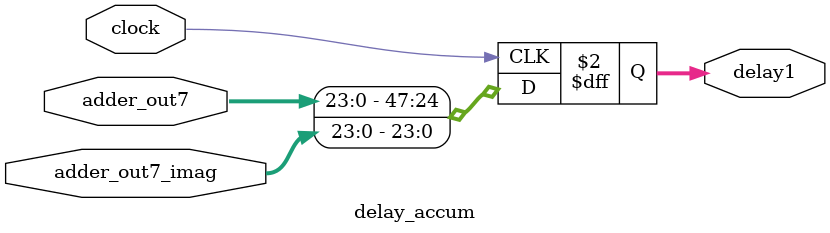
<source format=v>
module delay_accum (clock, adder_out7, adder_out7_imag, delay1);

input clock;
input [23:0] adder_out7;
input [23:0] adder_out7_imag;

output [47:0] delay1;
reg    [47:0] delay1;

always@(posedge clock)
begin
	delay1 <= {adder_out7,adder_out7_imag};
	//delay1 <= delay2;

end

endmodule

</source>
